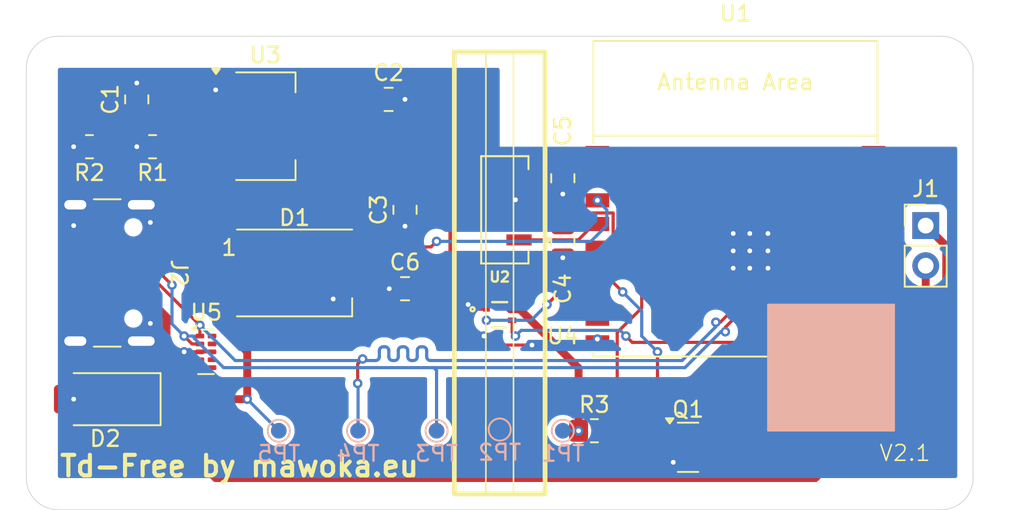
<source format=kicad_pcb>
(kicad_pcb (version 20241229) (generator "pcbnew") (generator_version "9.0")
  (title_block (title "Td-Free") (rev "1") (comment 4 "AISLER Project ID: AKNQHGTF"))
  (layers (0 "F.Cu" signal) (2 "B.Cu" signal) (13 "F.Paste" user) (15 "B.Paste" user) (5 "F.SilkS" user "F.Silkscreen") (7 "B.SilkS" user "B.Silkscreen") (1 "F.Mask" user) (3 "B.Mask" user) (25 "Edge.Cuts" user))
  (net 0 "")
  (net 1 "Net-(J1-Pin_2)")
  (net 3 "GND")
  (net 4 "VBUS")
  (net 5 "+3V3")
  (net 6 "/RGB_DATA")
  (net 7 "Net-(J2-CC1)")
  (net 8 "/USB_D+")
  (net 9 "Net-(J2-CC2)")
  (net 10 "/USB_D-")
  (net 11 "/LED_C")
  (net 12 "Net-(U1-EN{slash}CHIP_PU)")
  (net 15 "/SCL2")
  (net 20 "/SDA2")
  (net 22 "/SCL1")
  (net 23 "/SDA1")
  (footprint "Resistor_SMD:R_0805_2012Metric_Pad1.20x1.40mm_HandSolder" (layer "F.Cu") (at 50 40)
    (property "Reference" "R3" (at 0 -1.65 0) (layer "F.SilkS"))
    (property "Value" "10kO")
    (fp_line (start -0.227064 -0.735) (end 0.227064 -0.735) (stroke (width 0.12)) (layer "F.SilkS"))
    (fp_line (start -0.227064 0.735) (end 0.227064 0.735) (stroke (width 0.12)) (layer "F.SilkS"))
    (pad "1" smd roundrect (at -1 0) (size 1.2 1.4) (layers "F.Cu" "F.Mask" "F.Paste") (roundrect_rratio 0.208333) (net 5 "+3V3"))
    (pad "2" smd roundrect (at 1 0) (size 1.2 1.4) (layers "F.Cu" "F.Mask" "F.Paste") (roundrect_rratio 0.208333) (net 12 "Net-(U1-EN{slash}CHIP_PU)"))
  )
  (footprint "Connector_PinHeader_2.54mm:PinHeader_1x02_P2.54mm_Vertical" (layer "F.Cu") (at 71 27)
    (property "Reference" "J1" (at 0 -2.33 0) (layer "F.SilkS"))
    (property "Value" "Conn_01x02_Pin")
    (fp_line (start -1.33 -1.33) (end 0 -1.33) (stroke (width 0.12)) (layer "F.SilkS"))
    (fp_line (start -1.33 0) (end -1.33 -1.33) (stroke (width 0.12)) (layer "F.SilkS"))
    (fp_line (start -1.33 1.27) (end -1.33 3.87) (stroke (width 0.12)) (layer "F.SilkS"))
    (fp_line (start -1.33 1.27) (end 1.33 1.27) (stroke (width 0.12)) (layer "F.SilkS"))
    (fp_line (start -1.33 3.87) (end 1.33 3.87) (stroke (width 0.12)) (layer "F.SilkS"))
    (fp_line (start 1.33 1.27) (end 1.33 3.87) (stroke (width 0.12)) (layer "F.SilkS"))
    (pad "1" thru_hole rect (at 0 0) (size 1.7 1.7) (drill 1) (layers "*.Cu" "*.Mask") (net 4 "VBUS"))
    (pad "2" thru_hole oval (at 0 2.54) (size 1.7 1.7) (drill 1) (layers "*.Cu" "*.Mask") (net 1 "Net-(J1-Pin_2)"))
  )
  (footprint "Resistor_SMD:R_0805_2012Metric_Pad1.20x1.40mm_HandSolder" (layer "F.Cu") (at 18 22 180)
    (property "Reference" "R2" (at 0 -1.65 0) (layer "F.SilkS"))
    (property "Value" "5k1")
    (fp_line (start -0.227064 0.735) (end 0.227064 0.735) (stroke (width 0.12)) (layer "F.SilkS"))
    (fp_line (start -0.227064 -0.735) (end 0.227064 -0.735) (stroke (width 0.12)) (layer "F.SilkS"))
    (pad "1" smd roundrect (at -1 0 180) (size 1.2 1.4) (layers "F.Cu" "F.Mask" "F.Paste") (roundrect_rratio 0.208333) (net 9 "Net-(J2-CC2)"))
    (pad "2" smd roundrect (at 1 0 180) (size 1.2 1.4) (layers "F.Cu" "F.Mask" "F.Paste") (roundrect_rratio 0.208333) (net 3 "GND"))
  )
  (footprint "PCM_Espressif:ESP32-C3-WROOM-02" (layer "F.Cu") (at 58.94 28.3)
    (property "Reference" "U1" (at 0 -14.75 0) (layer "F.SilkS"))
    (property "Value" "ESP32-C3-WROOM-02")
    (fp_line (start -9 -13) (end -9 -6.5) (stroke (width 0.12)) (layer "F.SilkS"))
    (fp_line (start -9 -13) (end 9 -13) (stroke (width 0.12)) (layer "F.SilkS"))
    (fp_line (start -9 7) (end -9 6.75) (stroke (width 0.12)) (layer "F.SilkS"))
    (fp_line (start 9 -13) (end 9 -6.5) (stroke (width 0.12)) (layer "F.SilkS"))
    (fp_line (start 9 -7) (end -8.95 -7) (stroke (width 0.12)) (layer "F.SilkS"))
    (fp_line (start 9 6.75) (end 9 7) (stroke (width 0.12)) (layer "F.SilkS"))
    (fp_line (start 9 7) (end -9 7) (stroke (width 0.12)) (layer "F.SilkS"))
    (fp_text user "Antenna Area" (at 0 -10.4 0) (layer "F.SilkS"))
    (pad "1" smd rect (at -8.75 -5.9) (size 1.5 0.9) (layers "F.Cu" "F.Mask" "F.Paste") (net 5 "+3V3"))
    (pad "2" smd rect (at -8.75 -4.4) (size 1.5 0.9) (layers "F.Cu" "F.Mask" "F.Paste") (net 12 "Net-(U1-EN{slash}CHIP_PU)"))
    (pad "3" smd rect (at -8.75 -2.9) (size 1.5 0.9) (layers "F.Cu" "F.Mask" "F.Paste") (net 6 "/RGB_DATA"))
    (pad "4" smd rect (at -8.75 -1.4) (size 1.5 0.9) (layers "F.Cu" "F.Mask" "F.Paste") (net 15 "/SCL2"))
    (pad "5" smd rect (at -8.75 0.1) (size 1.5 0.9) (layers "F.Cu" "F.Mask" "F.Paste") (net 20 "/SDA2"))
    (pad "6" smd rect (at -8.75 1.6) (size 1.5 0.9) (layers "F.Cu" "F.Mask" "F.Paste") (net 11 "/LED_C"))
    (pad "7" smd rect (at -8.75 3.1) (size 1.5 0.9) (layers "F.Cu" "F.Mask" "F.Paste") (net 23 "/SDA1"))
    (pad "8" smd rect (at -8.75 4.6) (size 1.5 0.9) (layers "F.Cu" "F.Mask" "F.Paste"))
    (pad "9" smd rect (at -8.75 6.1) (size 1.5 0.9) (layers "F.Cu" "F.Mask" "F.Paste") (net 3 "GND"))
    (pad "10" smd rect (at 8.75 6.1 180) (size 1.5 0.9) (layers "F.Cu" "F.Mask" "F.Paste") (net 22 "/SCL1"))
    (pad "11" smd rect (at 8.75 4.6 180) (size 1.5 0.9) (layers "F.Cu" "F.Mask" "F.Paste"))
    (pad "12" smd rect (at 8.75 3.1 180) (size 1.5 0.9) (layers "F.Cu" "F.Mask" "F.Paste"))
    (pad "13" smd rect (at 8.75 1.6 180) (size 1.5 0.9) (layers "F.Cu" "F.Mask" "F.Paste") (net 10 "/USB_D-"))
    (pad "14" smd rect (at 8.75 0.1 180) (size 1.5 0.9) (layers "F.Cu" "F.Mask" "F.Paste") (net 8 "/USB_D+"))
    (pad "15" smd rect (at 8.75 -1.4 180) (size 1.5 0.9) (layers "F.Cu" "F.Mask" "F.Paste"))
    (pad "16" smd rect (at 8.75 -2.9 180) (size 1.5 0.9) (layers "F.Cu" "F.Mask" "F.Paste"))
    (pad "17" smd rect (at 8.75 -4.4 180) (size 1.5 0.9) (layers "F.Cu" "F.Mask" "F.Paste"))
    (pad "18" smd rect (at 8.75 -5.9 180) (size 1.5 0.9) (layers "F.Cu" "F.Mask" "F.Paste"))
    (pad "19" smd rect (at -0.14 -0.8 180) (size 0.7 0.7) (layers "F.Cu" "F.Mask" "F.Paste") (net 3 "GND"))
    (pad "19" smd rect (at -0.14 0.3 180) (size 0.7 0.7) (layers "F.Cu" "F.Mask" "F.Paste") (net 3 "GND"))
    (pad "19" smd rect (at -0.14 1.4 180) (size 0.7 0.7) (layers "F.Cu" "F.Mask" "F.Paste") (net 3 "GND"))
    (pad "19" smd rect (at 0.91 -0.8 180) (size 0.7 0.7) (layers "F.Cu" "F.Mask" "F.Paste") (net 3 "GND"))
    (pad "19" smd rect (at 0.91 0.3 180) (size 0.7 0.7) (layers "F.Cu" "F.Mask" "F.Paste") (net 3 "GND"))
    (pad "19" smd rect (at 0.91 1.4 180) (size 0.7 0.7) (layers "F.Cu" "F.Mask" "F.Paste") (net 3 "GND"))
    (pad "19" smd rect (at 2.06 -0.8 180) (size 0.7 0.7) (layers "F.Cu" "F.Mask" "F.Paste") (net 3 "GND"))
    (pad "19" smd rect (at 2.06 0.3 180) (size 0.7 0.7) (layers "F.Cu" "F.Mask" "F.Paste") (net 3 "GND"))
    (pad "19" smd rect (at 2.06 1.4 180) (size 0.7 0.7) (layers "F.Cu" "F.Mask" "F.Paste") (net 3 "GND"))
    (zone (net 0) (net_name "") (layers "F.Cu" "B.Cu") (name "antenna keepout") (connect_pads (clearance 0)) (min_thickness 0.254)
      (keepout (tracks not_allowed) (vias not_allowed) (pads not_allowed) (copperpour not_allowed) (footprints not_allowed))
      (fill (thermal_gap 0.508) (thermal_bridge_width 0.508))
      (polygon (pts (xy 67.94 21.3) (xy 49.94 21.3) (xy 49.94 15.3) (xy 67.94 15.3)))
    )
  )
  (footprint "VEML7700_TR:XDCR_VEML7700-TT" (layer "F.Cu") (at 44.325 26 180)
    (property "Reference" "U2" (at 0.325 -4.2564 0) (layer "F.SilkS") (effects (font (size 0.64 0.64))))
    (property "Value" "VEML7700-TT")
    (fp_line (start 1.5 3.4) (end -1.5 3.4) (stroke (width 0.127)) (layer "F.SilkS"))
    (fp_line (start 1.5 -3.4) (end 1.5 3.4) (stroke (width 0.127)) (layer "F.SilkS"))
    (fp_line (start -1.5 3.4) (end -1.5 2.575) (stroke (width 0.127)) (layer "F.SilkS"))
    (fp_line (start -1.5 -2.575) (end -1.5 -3.4) (stroke (width 0.127)) (layer "F.SilkS"))
    (fp_line (start -1.5 -3.4) (end 1.5 -3.4) (stroke (width 0.127)) (layer "F.SilkS"))
    (fp_circle (center -2.7 -1.905) (end -2.6 -1.905) (stroke (width 0.2)) (fill no) (layer "F.SilkS"))
    (pad "1" smd rect (at -0.9 -1.905 180) (size 1.6 0.7) (layers "F.Cu" "F.Mask" "F.Paste") (net 15 "/SCL2"))
    (pad "2" smd rect (at -0.9 -0.635 180) (size 1.6 0.7) (layers "F.Cu" "F.Mask" "F.Paste") (net 5 "+3V3"))
    (pad "3" smd rect (at -0.9 0.635 180) (size 1.6 0.7) (layers "F.Cu" "F.Mask" "F.Paste") (net 3 "GND"))
    (pad "4" smd rect (at -0.9 1.905 180) (size 1.6 0.7) (layers "F.Cu" "F.Mask" "F.Paste") (net 20 "/SDA2"))
  )
  (footprint "Connector_USB:USB_C_Receptacle_GCT_USB4105-xx-A_16P_TopMnt_Horizontal" (layer "F.Cu") (at 18.18 30 -90)
    (property "Reference" "J2" (at 0 -5.5 270) (layer "F.SilkS"))
    (property "Value" "USB_C_Receptacle_USB2.0_14P")
    (fp_line (start -4.67 -0.1) (end -4.67 -1.8) (stroke (width 0.12)) (layer "F.SilkS"))
    (fp_line (start 4.67 -0.1) (end 4.67 -1.8) (stroke (width 0.12)) (layer "F.SilkS"))
    (pad "" np_thru_hole circle (at -2.89 -2.605 270) (size 0.65 0.65) (drill 0.65) (layers "*.Cu" "*.Mask"))
    (pad "" np_thru_hole circle (at 2.89 -2.605 270) (size 0.65 0.65) (drill 0.65) (layers "*.Cu" "*.Mask"))
    (pad "A1" smd roundrect (at -3.2 -3.68 270) (size 0.6 1) (layers "F.Cu" "F.Mask" "F.Paste") (net 3 "GND"))
    (pad "A4" smd roundrect (at -2.4 -3.68 270) (size 0.6 1.15) (layers "F.Cu" "F.Mask" "F.Paste") (net 4 "VBUS"))
    (pad "A5" smd roundrect (at -1.25 -3.68 270) (size 0.3 1.15) (layers "F.Cu" "F.Mask" "F.Paste") (net 7 "Net-(J2-CC1)"))
    (pad "A6" smd roundrect (at -0.25 -3.68 270) (size 0.3 1.15) (layers "F.Cu" "F.Mask" "F.Paste") (net 8 "/USB_D+"))
    (pad "A7" smd roundrect (at 0.25 -3.68 270) (size 0.3 1.15) (layers "F.Cu" "F.Mask" "F.Paste") (net 10 "/USB_D-"))
    (pad "A8" smd roundrect (at 1.25 -3.68 270) (size 0.3 1.15) (layers "F.Cu" "F.Mask" "F.Paste"))
    (pad "A9" smd roundrect (at 2.4 -3.68 270) (size 0.6 1.15) (layers "F.Cu" "F.Mask" "F.Paste") (net 4 "VBUS"))
    (pad "A12" smd roundrect (at 3.2 -3.68 270) (size 0.6 1) (layers "F.Cu" "F.Mask" "F.Paste") (net 3 "GND"))
    (pad "B1" smd roundrect (at 3.2 -3.68 270) (size 0.6 1) (layers "F.Cu" "F.Mask" "F.Paste") (net 3 "GND"))
    (pad "B4" smd roundrect (at 2.4 -3.68 270) (size 0.6 1.15) (layers "F.Cu" "F.Mask" "F.Paste") (net 4 "VBUS"))
    (pad "B5" smd roundrect (at 1.75 -3.68 270) (size 0.3 1.15) (layers "F.Cu" "F.Mask" "F.Paste") (net 9 "Net-(J2-CC2)"))
    (pad "B6" smd roundrect (at 0.75 -3.68 270) (size 0.3 1.15) (layers "F.Cu" "F.Mask" "F.Paste") (net 8 "/USB_D+"))
    (pad "B7" smd roundrect (at -0.75 -3.68 270) (size 0.3 1.15) (layers "F.Cu" "F.Mask" "F.Paste") (net 10 "/USB_D-"))
    (pad "B8" smd roundrect (at -1.75 -3.68 270) (size 0.3 1.15) (layers "F.Cu" "F.Mask" "F.Paste"))
    (pad "B9" smd roundrect (at -2.4 -3.68 270) (size 0.6 1.15) (layers "F.Cu" "F.Mask" "F.Paste") (net 4 "VBUS"))
    (pad "B12" smd roundrect (at -3.2 -3.68 270) (size 0.6 1) (layers "F.Cu" "F.Mask" "F.Paste") (net 3 "GND"))
    (pad "S1" thru_hole oval (at -4.32 -3.105 270) (size 1 2.1) (drill oval 0.6 1.7) (property pad_prop_heatsink) (layers "*.Cu" "*.Mask" "F.Paste") (net 3 "GND"))
    (pad "S1" thru_hole oval (at -4.32 1.075 270) (size 1 1.8) (drill oval 0.6 1.4) (property pad_prop_heatsink) (layers "*.Cu" "*.Mask" "F.Paste") (net 3 "GND"))
    (pad "S1" thru_hole oval (at 4.32 -3.105 270) (size 1 2.1) (drill oval 0.6 1.7) (property pad_prop_heatsink) (layers "*.Cu" "*.Mask" "F.Paste") (net 3 "GND"))
    (pad "S1" thru_hole oval (at 4.32 1.075 270) (size 1 1.8) (drill oval 0.6 1.4) (property pad_prop_heatsink) (layers "*.Cu" "*.Mask" "F.Paste") (net 3 "GND"))
  )
  (footprint "footprints:SMD_L3328_VIS" (layer "F.Cu") (at 44 32.650001)
    (property "Reference" "U4" (at 4 1.349999 0) (layer "F.SilkS"))
    (property "Value" "VEML3328")
    (fp_line (start -0.472971 0.8001) (end 0.379571 0.8001) (stroke (width 0.1524)) (layer "F.SilkS"))
    (fp_line (start 0.472971 -0.8001) (end -0.472971 -0.8001) (stroke (width 0.1524)) (layer "F.SilkS"))
    (fp_circle (center -1.7209 -0.35) (end -1.5939 -0.35) (stroke (width 0.1524)) (fill no) (layer "F.SilkS"))
    (pad "1" smd rect (at -0.837499 -0.349999) (size 0.4318 0.3048) (layers "F.Cu" "F.Mask" "F.Paste") (net 3 "GND"))
    (pad "2" smd rect (at -0.837499 0.349999) (size 0.4318 0.3048) (layers "F.Cu" "F.Mask" "F.Paste") (net 23 "/SDA1"))
    (pad "3" smd rect (at 0.787334 0.349999) (size 0.5334 0.3556) (layers "F.Cu" "F.Mask" "F.Paste") (net 22 "/SCL1"))
    (pad "4" smd rect (at 0.837499 -0.349999) (size 0.4318 0.3048) (layers "F.Cu" "F.Mask" "F.Paste") (net 5 "+3V3"))
  )
  (footprint "Capacitor_SMD:C_0805_2012Metric_Pad1.18x1.45mm_HandSolder" (layer "F.Cu") (at 48 24 90)
    (property "Reference" "C5" (at 3 0 90) (layer "F.SilkS"))
    (property "Value" "0.1uF")
    (fp_line (start -0.261252 -0.735) (end 0.261252 -0.735) (stroke (width 0.12)) (layer "F.SilkS"))
    (fp_line (start -0.261252 0.735) (end 0.261252 0.735) (stroke (width 0.12)) (layer "F.SilkS"))
    (pad "1" smd roundrect (at -1.0375 0 90) (size 1.175 1.45) (layers "F.Cu" "F.Mask" "F.Paste") (roundrect_rratio 0.212766) (net 3 "GND"))
    (pad "2" smd roundrect (at 1.0375 0 90) (size 1.175 1.45) (layers "F.Cu" "F.Mask" "F.Paste") (roundrect_rratio 0.212766) (net 5 "+3V3"))
  )
  (footprint "Capacitor_SMD:C_0805_2012Metric_Pad1.18x1.45mm_HandSolder" (layer "F.Cu") (at 38 31)
    (property "Reference" "C6" (at 0 -1.68 0) (layer "F.SilkS"))
    (property "Value" "10uF")
    (fp_line (start -0.261252 -0.735) (end 0.261252 -0.735) (stroke (width 0.12)) (layer "F.SilkS"))
    (fp_line (start -0.261252 0.735) (end 0.261252 0.735) (stroke (width 0.12)) (layer "F.SilkS"))
    (pad "1" smd roundrect (at -1.0375 0) (size 1.175 1.45) (layers "F.Cu" "F.Mask" "F.Paste") (roundrect_rratio 0.212766) (net 3 "GND"))
    (pad "2" smd roundrect (at 1.0375 0) (size 1.175 1.45) (layers "F.Cu" "F.Mask" "F.Paste") (roundrect_rratio 0.212766) (net 5 "+3V3"))
  )
  (footprint "Resistor_SMD:R_0805_2012Metric_Pad1.20x1.40mm_HandSolder" (layer "F.Cu") (at 22 22 180)
    (property "Reference" "R1" (at 0 -1.65 0) (layer "F.SilkS"))
    (property "Value" "5k1")
    (fp_line (start -0.227064 0.735) (end 0.227064 0.735) (stroke (width 0.12)) (layer "F.SilkS"))
    (fp_line (start -0.227064 -0.735) (end 0.227064 -0.735) (stroke (width 0.12)) (layer "F.SilkS"))
    (pad "1" smd roundrect (at -1 0 180) (size 1.2 1.4) (layers "F.Cu" "F.Mask" "F.Paste") (roundrect_rratio 0.208333) (net 7 "Net-(J2-CC1)"))
    (pad "2" smd roundrect (at 1 0 180) (size 1.2 1.4) (layers "F.Cu" "F.Mask" "F.Paste") (roundrect_rratio 0.208333) (net 3 "GND"))
  )
  (footprint "Package_TO_SOT_SMD:SOT-223-3_TabPin2" (layer "F.Cu") (at 29.15 20.7)
    (property "Reference" "U3" (at 0 -4.5 0) (layer "F.SilkS"))
    (property "Value" "AMS1117-3.3")
    (fp_line (start -1.85 -3.41) (end 1.91 -3.41) (stroke (width 0.12)) (layer "F.SilkS"))
    (fp_line (start -1.85 3.41) (end 1.91 3.41) (stroke (width 0.12)) (layer "F.SilkS"))
    (fp_line (start 1.91 -3.41) (end 1.91 -2.15) (stroke (width 0.12)) (layer "F.SilkS"))
    (fp_line (start 1.91 3.41) (end 1.91 2.15) (stroke (width 0.12)) (layer "F.SilkS"))
    (fp_poly (pts (xy -3.13 -3.31) (xy -3.37 -3.64) (xy -2.89 -3.64) (xy -3.13 -3.31)) (stroke (width 0.12)) (fill yes) (layer "F.SilkS"))
    (pad "1" smd roundrect (at -3.15 -2.3) (size 2 1.5) (layers "F.Cu" "F.Mask" "F.Paste") (net 3 "GND"))
    (pad "2" smd roundrect (at -3.15 0) (size 2 1.5) (layers "F.Cu" "F.Mask" "F.Paste") (net 5 "+3V3"))
    (pad "2" smd roundrect (at 3.15 0) (size 2 3.8) (layers "F.Cu" "F.Mask" "F.Paste") (net 5 "+3V3"))
    (pad "3" smd roundrect (at -3.15 2.3) (size 2 1.5) (layers "F.Cu" "F.Mask" "F.Paste") (net 4 "VBUS"))
  )
  (footprint "Package_SON:USON-10_2.5x1.0mm_P0.5mm" (layer "F.Cu") (at 25.385 35)
    (property "Reference" "U5" (at 0.01829 -2.5 0) (layer "F.SilkS"))
    (property "Value" "TPD4E05U06DQA")
    (fp_line (start 0.5 -1.41) (end -0.29 -1.41) (stroke (width 0.12)) (layer "F.SilkS"))
    (fp_line (start 0.5 1.41) (end -0.5 1.41) (stroke (width 0.12)) (layer "F.SilkS"))
    (fp_poly (pts (xy -0.62 -1.41) (xy -0.9 -1.41) (xy -0.62 -1.69) (xy -0.62 -1.41)) (stroke (width 0.12)) (fill yes) (layer "F.SilkS"))
    (pad "1" smd roundrect (at -0.385 -1 270) (size 0.3 0.55) (layers "F.Cu" "F.Mask" "F.Paste") (net 8 "/USB_D+"))
    (pad "2" smd roundrect (at -0.385 -0.5 270) (size 0.3 0.55) (layers "F.Cu" "F.Mask" "F.Paste") (net 10 "/USB_D-"))
    (pad "3" smd roundrect (at -0.385 0 270) (size 0.3 0.55) (layers "F.Cu" "F.Mask" "F.Paste") (net 3 "GND"))
    (pad "4" smd roundrect (at -0.385 0.5 270) (size 0.3 0.55) (layers "F.Cu" "F.Mask" "F.Paste"))
    (pad "5" smd roundrect (at -0.385 1 270) (size 0.3 0.55) (layers "F.Cu" "F.Mask" "F.Paste"))
    (pad "6" smd roundrect (at 0.385 1 270) (size 0.3 0.55) (layers "F.Cu" "F.Mask" "F.Paste"))
    (pad "7" smd roundrect (at 0.385 0.5 270) (size 0.3 0.55) (layers "F.Cu" "F.Mask" "F.Paste"))
    (pad "8" smd roundrect (at 0.385 0 270) (size 0.3 0.55) (layers "F.Cu" "F.Mask" "F.Paste") (net 3 "GND"))
    (pad "9" smd roundrect (at 0.385 -0.5 270) (size 0.3 0.55) (layers "F.Cu" "F.Mask" "F.Paste"))
    (pad "10" smd roundrect (at 0.385 -1 270) (size 0.3 0.55) (layers "F.Cu" "F.Mask" "F.Paste"))
  )
  (footprint "Capacitor_SMD:C_0805_2012Metric_Pad1.18x1.45mm_HandSolder" (layer "F.Cu") (at 21 19 90)
    (property "Reference" "C1" (at 0 -1.68 90) (layer "F.SilkS"))
    (property "Value" "10uF")
    (fp_line (start -0.261252 -0.735) (end 0.261252 -0.735) (stroke (width 0.12)) (layer "F.SilkS"))
    (fp_line (start -0.261252 0.735) (end 0.261252 0.735) (stroke (width 0.12)) (layer "F.SilkS"))
    (pad "1" smd roundrect (at -1.0375 0 90) (size 1.175 1.45) (layers "F.Cu" "F.Mask" "F.Paste") (roundrect_rratio 0.212766) (net 4 "VBUS"))
    (pad "2" smd roundrect (at 1.0375 0 90) (size 1.175 1.45) (layers "F.Cu" "F.Mask" "F.Paste") (roundrect_rratio 0.212766) (net 3 "GND"))
  )
  (footprint "Package_TO_SOT_SMD:SOT-23" (layer "F.Cu") (at 55.9375 41.05)
    (property "Reference" "Q1" (at 0 -2.4 0) (layer "F.SilkS"))
    (property "Value" "2N7002")
    (fp_line (start 0 -1.56) (end -0.65 -1.56) (stroke (width 0.12)) (layer "F.SilkS"))
    (fp_line (start 0 -1.56) (end 0.65 -1.56) (stroke (width 0.12)) (layer "F.SilkS"))
    (fp_line (start 0 1.56) (end -0.65 1.56) (stroke (width 0.12)) (layer "F.SilkS"))
    (fp_line (start 0 1.56) (end 0.65 1.56) (stroke (width 0.12)) (layer "F.SilkS"))
    (fp_poly (pts (xy -1.1625 -1.51) (xy -1.4025 -1.84) (xy -0.9225 -1.84) (xy -1.1625 -1.51)) (stroke (width 0.12)) (fill yes) (layer "F.SilkS"))
    (pad "1" smd roundrect (at -0.9375 -0.95) (size 1.475 0.6) (layers "F.Cu" "F.Mask" "F.Paste") (net 11 "/LED_C"))
    (pad "2" smd roundrect (at -0.9375 0.95) (size 1.475 0.6) (layers "F.Cu" "F.Mask" "F.Paste") (net 3 "GND"))
    (pad "3" smd roundrect (at 0.9375 0) (size 1.475 0.6) (layers "F.Cu" "F.Mask" "F.Paste") (net 1 "Net-(J1-Pin_2)"))
  )
  (footprint "Capacitor_SMD:C_0805_2012Metric_Pad1.18x1.45mm_HandSolder" (layer "F.Cu") (at 38 26 90)
    (property "Reference" "C3" (at 0 -1.68 90) (layer "F.SilkS"))
    (property "Value" "22uF")
    (fp_line (start -0.261252 -0.735) (end 0.261252 -0.735) (stroke (width 0.12)) (layer "F.SilkS"))
    (fp_line (start -0.261252 0.735) (end 0.261252 0.735) (stroke (width 0.12)) (layer "F.SilkS"))
    (pad "1" smd roundrect (at -1.0375 0 90) (size 1.175 1.45) (layers "F.Cu" "F.Mask" "F.Paste") (roundrect_rratio 0.212766) (net 3 "GND"))
    (pad "2" smd roundrect (at 1.0375 0 90) (size 1.175 1.45) (layers "F.Cu" "F.Mask" "F.Paste") (roundrect_rratio 0.212766) (net 5 "+3V3"))
  )
  (footprint "Diode_SMD:D_SMA" (layer "F.Cu") (at 19 38 180)
    (property "Reference" "D2" (at 0 -2.5 0) (layer "F.SilkS"))
    (property "Value" "SMAJ5.0A")
    (fp_line (start -3.51 1.65) (end 2 1.65) (stroke (width 0.12)) (layer "F.SilkS"))
    (fp_line (start -3.51 -1.65) (end 2 -1.65) (stroke (width 0.12)) (layer "F.SilkS"))
    (fp_line (start -3.51 -1.65) (end -3.51 1.65) (stroke (width 0.12)) (layer "F.SilkS"))
    (pad "1" smd roundrect (at -2 0 180) (size 2.5 1.8) (layers "F.Cu" "F.Mask" "F.Paste") (roundrect_rratio 0.1388888889) (net 4 "VBUS"))
    (pad "2" smd roundrect (at 2 0 180) (size 2.5 1.8) (layers "F.Cu" "F.Mask" "F.Paste") (roundrect_rratio 0.1388888889) (net 3 "GND"))
  )
  (footprint "Capacitor_SMD:C_0805_2012Metric_Pad1.18x1.45mm_HandSolder" (layer "F.Cu") (at 48 28 90)
    (property "Reference" "C4" (at -3 0 90) (layer "F.SilkS"))
    (property "Value" "10uF")
    (fp_line (start -0.261252 -0.735) (end 0.261252 -0.735) (stroke (width 0.12)) (layer "F.SilkS"))
    (fp_line (start -0.261252 0.735) (end 0.261252 0.735) (stroke (width 0.12)) (layer "F.SilkS"))
    (pad "1" smd roundrect (at -1.0375 0 90) (size 1.175 1.45) (layers "F.Cu" "F.Mask" "F.Paste") (roundrect_rratio 0.212766) (net 3 "GND"))
    (pad "2" smd roundrect (at 1.0375 0 90) (size 1.175 1.45) (layers "F.Cu" "F.Mask" "F.Paste") (roundrect_rratio 0.212766) (net 5 "+3V3"))
  )
  (footprint "LED_SMD:LED_WS2812B_PLCC4_5.0x5.0mm_P3.2mm" (layer "F.Cu") (at 31 30)
    (property "Reference" "D1" (at 0 -3.5 0) (layer "F.SilkS"))
    (property "Value" "WS2812B")
    (fp_line (start -3.65 -2.75) (end 3.65 -2.75) (stroke (width 0.12)) (layer "F.SilkS"))
    (fp_line (start -3.65 2.75) (end 3.65 2.75) (stroke (width 0.12)) (layer "F.SilkS"))
    (fp_line (start 3.65 2.75) (end 3.65 1.6) (stroke (width 0.12)) (layer "F.SilkS"))
    (fp_text user "1" (at -4.15 -1.6 0) (layer "F.SilkS"))
    (pad "1" smd rect (at -2.45 -1.65) (size 1.5 0.9) (layers "F.Cu" "F.Mask" "F.Paste") (net 4 "VBUS"))
    (pad "2" smd rect (at -2.45 1.65) (size 1.5 0.9) (layers "F.Cu" "F.Mask" "F.Paste"))
    (pad "3" smd rect (at 2.45 1.65) (size 1.5 0.9) (layers "F.Cu" "F.Mask" "F.Paste") (net 3 "GND"))
    (pad "4" smd rect (at 2.45 -1.65) (size 1.5 0.9) (layers "F.Cu" "F.Mask" "F.Paste") (net 6 "/RGB_DATA"))
  )
  (footprint "Capacitor_SMD:C_0805_2012Metric_Pad1.18x1.45mm_HandSolder" (layer "F.Cu") (at 36.9625 19)
    (property "Reference" "C2" (at 0 -1.68 0) (layer "F.SilkS"))
    (property "Value" "22uF")
    (fp_line (start -0.261252 -0.735) (end 0.261252 -0.735) (stroke (width 0.12)) (layer "F.SilkS"))
    (fp_line (start -0.261252 0.735) (end 0.261252 0.735) (stroke (width 0.12)) (layer "F.SilkS"))
    (pad "1" smd roundrect (at -1.0375 0) (size 1.175 1.45) (layers "F.Cu" "F.Mask" "F.Paste") (roundrect_rratio 0.212766) (net 5 "+3V3"))
    (pad "2" smd roundrect (at 1.0375 0) (size 1.175 1.45) (layers "F.Cu" "F.Mask" "F.Paste") (roundrect_rratio 0.212766) (net 3 "GND"))
  )
  (footprint "TestPoint:TestPoint_Pad_D1.0mm" (layer "B.Cu") (at 35.025 40)
    (property "Reference" "TP4" (at 0 1.448 180) (layer "B.SilkS") (effects (justify mirror)))
    (property "Value" "USB+")
    (fp_circle (center 0 0) (end 0 -0.7) (stroke (width 0.12)) (fill no) (layer "B.SilkS"))
    (pad "1" smd circle (at 0 0) (size 1 1) (layers "B.Cu" "B.Mask") (net 8 "/USB_D+"))
  )
  (footprint "TestPoint:TestPoint_Pad_D1.0mm" (layer "B.Cu") (at 48 40)
    (property "Reference" "TP1" (at 0 1.448 180) (layer "B.SilkS") (effects (justify mirror)))
    (property "Value" "+3V3")
    (fp_circle (center 0 0) (end 0 -0.7) (stroke (width 0.12)) (fill no) (layer "B.SilkS"))
    (pad "1" smd circle (at 0 0) (size 1 1) (layers "B.Cu" "B.Mask") (net 5 "+3V3"))
  )
  (footprint "TestPoint:TestPoint_Pad_D1.0mm" (layer "B.Cu") (at 40 40)
    (property "Reference" "TP3" (at 0 1.448 180) (layer "B.SilkS") (effects (justify mirror)))
    (property "Value" "USB-")
    (fp_circle (center 0 0) (end 0 -0.7) (stroke (width 0.12)) (fill no) (layer "B.SilkS"))
    (pad "1" smd circle (at 0 0) (size 1 1) (layers "B.Cu" "B.Mask") (net 10 "/USB_D-"))
  )
  (footprint "TestPoint:TestPoint_Pad_D1.0mm" (layer "B.Cu") (at 44 39.925)
    (property "Reference" "TP2" (at 0 1.448 180) (layer "B.SilkS") (effects (justify mirror)))
    (property "Value" "GND")
    (fp_circle (center 0 0) (end 0 -0.7) (stroke (width 0.12)) (fill no) (layer "B.SilkS"))
    (pad "1" smd circle (at 0 0) (size 1 1) (layers "B.Cu" "B.Mask") (net 3 "GND"))
  )
  (footprint "TestPoint:TestPoint_Pad_D1.0mm" (layer "B.Cu") (at 30 40)
    (property "Reference" "TP5" (at 0 1.448 180) (layer "B.SilkS") (effects (justify mirror)))
    (property "Value" "USB+")
    (fp_circle (center 0 0) (end 0 -0.7) (stroke (width 0.12)) (fill no) (layer "B.SilkS"))
    (pad "1" smd circle (at 0 0) (size 1 1) (layers "B.Cu" "B.Mask") (net 4 "VBUS"))
  )
  (gr_rect (start 41.125 16) (end 46.875 44) (stroke (width 0.3)) (fill no) (layer "F.SilkS"))
  (gr_rect (start 43.125 16) (end 44.875 44) (stroke (width 0.1)) (fill no) (layer "F.SilkS"))
  (gr_rect (start 61 32) (end 69 40) (stroke (width 0.1)) (fill yes) (layer "B.SilkS"))
  (gr_arc (start 74 43) (mid 73.414214 44.414214) (end 72 45) (stroke (width 0.05)) (layer "Edge.Cuts"))
  (gr_line (start 14 43) (end 14 17) (stroke (width 0.05)) (layer "Edge.Cuts"))
  (gr_arc (start 72 15) (mid 73.414214 15.585786) (end 74 17) (stroke (width 0.05)) (layer "Edge.Cuts"))
  (gr_arc (start 14 17) (mid 14.585786 15.585786) (end 16 15) (stroke (width 0.05)) (layer "Edge.Cuts"))
  (gr_line (start 72 45) (end 16 45) (stroke (width 0.05)) (layer "Edge.Cuts"))
  (gr_line (start 16 15) (end 72 15) (stroke (width 0.05)) (layer "Edge.Cuts"))
  (gr_arc (start 16 45) (mid 14.585786 44.414214) (end 14 43) (stroke (width 0.05)) (layer "Edge.Cuts"))
  (gr_line (start 74 17) (end 74 43) (stroke (width 0.05)) (layer "Edge.Cuts"))
  (gr_text "V2.1\n" (at 68 42 0) (layer "F.SilkS") (effects (font (size 1 1) (thickness 0.1)) (justify left bottom)))
  (gr_text "Td-Free by mawoka.eu" (at 16 43 0) (layer "F.SilkS") (effects (font (size 1.3 1.3) (thickness 0.26) (bold yes)) (justify left bottom)))
  (segment (start 71 29.54) (end 71 33.896) (width 0.5) (layer "F.Cu") (net 1))
  (segment (start 71 33.896) (end 63.846 41.05) (width 0.5) (layer "F.Cu") (net 1))
  (segment (start 63.846 41.05) (end 56.875 41.05) (width 0.5) (layer "F.Cu") (net 1))
  (segment (start 43.570911 34.570911) (end 43 34) (width 0.2) (layer "F.Cu") (net 3))
  (segment (start 45 25.365) (end 45.6725 25.365) (width 0.5) (layer "F.Cu") (net 3))
  (segment (start 21.285 26.225) (end 21.86 26.8) (width 0.2) (layer "F.Cu") (net 3))
  (segment (start 59.85 27.5) (end 58.8 27.5) (width 0.2) (layer "F.Cu") (net 3))
  (segment (start 17.105 26.895) (end 17 27) (width 0.2) (layer "F.Cu") (net 3))
  (segment (start 59.85 27.5) (end 59.85 28.6) (width 0.2) (layer "F.Cu") (net 3))
  (segment (start 58.8 27.5) (end 58.8 28.6) (width 0.2) (layer "F.Cu") (net 3))
  (segment (start 42.300002 32.300002) (end 42 32) (width 0.2) (layer "F.Cu") (net 3))
  (segment (start 46.045078 34.570911) (end 43.570911 34.570911) (width 0.2) (layer "F.Cu") (net 3))
  (segment (start 21.285 34.32) (end 21.285 33.775) (width 0.2) (layer "F.Cu") (net 3))
  (segment (start 25 35) (end 24 35) (width 0.2) (layer "F.Cu") (net 3))
  (segment (start 17.105 34.32) (end 21.285 34.32) (width 0.2) (layer "F.Cu") (net 3))
  (segment (start 43.162501 32.300002) (end 42.300002 32.300002) (width 0.2) (layer "F.Cu") (net 3))
  (segment (start 25.77 35) (end 25 35) (width 0.2) (layer "F.Cu") (net 3))
  (segment (start 59.85 28.6) (end 59.85 29.7) (width 0.2) (layer "F.Cu") (net 3))
  (segment (start 17.105 25.68) (end 17.105 26.895) (width 0.2) (layer "F.Cu") (net 3))
  (segment (start 50.19 34.4) (end 50.19 34.19) (width 0.2) (layer "F.Cu") (net 3))
  (segment (start 21.285 33.775) (end 21.86 33.2) (width 0.2) (layer "F.Cu") (net 3))
  (segment (start 61 28.6) (end 61 29.7) (width 0.2) (layer "F.Cu") (net 3))
  (segment (start 61 27.5) (end 59.85 27.5) (width 0.2) (layer "F.Cu") (net 3))
  (segment (start 58.8 28.6) (end 58.8 29.7) (width 0.2) (layer "F.Cu") (net 3))
  (segment (start 21.285 25.68) (end 21.285 26.225) (width 0.2) (layer "F.Cu") (net 3))
  (segment (start 61 28.6) (end 61 27.5) (width 0.2) (layer "F.Cu") (net 3))
  (via (at 38 27.0375) (size 0.6) (drill 0.3) (layers "F.Cu" "B.Cu") (net 3))
  (via (at 38 19) (size 0.6) (drill 0.3) (layers "F.Cu" "B.Cu") (net 3))
  (via (at 43 34) (size 0.6) (drill 0.3) (layers "F.Cu" "B.Cu") (net 3))
  (via (at 55 42) (size 0.6) (drill 0.3) (layers "F.Cu" "B.Cu") (net 3))
  (via (at 21.86 33.2) (size 0.6) (drill 0.3) (layers "F.Cu" "B.Cu") (net 3))
  (via (at 58.8 28.6) (size 0.6) (drill 0.3) (layers "F.Cu" "B.Cu") (net 3))
  (via (at 21.86 26.8) (size 0.6) (drill 0.3) (layers "F.Cu" "B.Cu") (net 3))
  (via (at 17 27) (size 0.6) (drill 0.3) (layers "F.Cu" "B.Cu") (net 3))
  (via (at 42 32) (size 0.6) (drill 0.3) (layers "F.Cu" "B.Cu") (net 3))
  (via (at 58.8 27.5) (size 0.6) (drill 0.3) (layers "F.Cu" "B.Cu") (net 3))
  (via (at 50.19 34.19) (size 0.6) (drill 0.3) (layers "F.Cu" "B.Cu") (net 3))
  (via (at 21 22) (size 0.6) (drill 0.3) (layers "F.Cu" "B.Cu") (net 3))
  (via (at 58.8 29.7) (size 0.6) (drill 0.3) (layers "F.Cu" "B.Cu") (net 3))
  (via (at 21 17.9625) (size 0.6) (drill 0.3) (layers "F.Cu" "B.Cu") (net 3))
  (via (at 45 25.365) (size 0.6) (drill 0.3) (layers "F.Cu" "B.Cu") (net 3))
  (via (at 48 25) (size 0.6) (drill 0.3) (layers "F.Cu" "B.Cu") (net 3))
  (via (at 61 28.6) (size 0.6) (drill 0.3) (layers "F.Cu" "B.Cu") (net 3))
  (via (at 61 29.7) (size 0.6) (drill 0.3) (layers "F.Cu" "B.Cu") (net 3))
  (via (at 37 31) (size 0.6) (drill 0.3) (layers "F.Cu" "B.Cu") (net 3))
  (via (at 26 18.4) (size 0.6) (drill 0.3) (layers "F.Cu" "B.Cu") (net 3))
  (via (at 59.85 27.5) (size 0.6) (drill 0.3) (layers "F.Cu" "B.Cu") (net 3))
  (via (at 17 22) (size 0.6) (drill 0.3) (layers "F.Cu" "B.Cu") (net 3))
  (via (at 33.45 31.65) (size 0.6) (drill 0.3) (layers "F.Cu" "B.Cu") (net 3))
  (via (at 61 27.5) (size 0.6) (drill 0.3) (layers "F.Cu" "B.Cu") (net 3))
  (via (at 48 29.0375) (size 0.6) (drill 0.3) (layers "F.Cu" "B.Cu") (net 3))
  (via (at 24 35) (size 0.6) (drill 0.3) (layers "F.Cu" "B.Cu") (net 3))
  (via (at 17 38) (size 0.6) (drill 0.3) (layers "F.Cu" "B.Cu") (net 3))
  (via (at 46.045078 34.570911) (size 0.6) (drill 0.3) (layers "F.Cu" "B.Cu") (net 3))
  (via (at 59.85 28.6) (size 0.6) (drill 0.3) (layers "F.Cu" "B.Cu") (net 3))
  (via (at 59.85 29.7) (size 0.6) (drill 0.3) (layers "F.Cu" "B.Cu") (net 3))
  (segment (start 23.0375 20.0375) (end 21 20.0375) (width 0.5) (layer "F.Cu") (net 4))
  (segment (start 23 38) (end 22 37) (width 0.5) (layer "F.Cu") (net 4))
  (segment (start 27 34) (end 28 35) (width 0.5) (layer "F.Cu") (net 4))
  (segment (start 26 43) (end 21 38) (width 0.5) (layer "F.Cu") (net 4))
  (segment (start 72.301 34.699) (end 64 43) (width 0.5) (layer "F.Cu") (net 4))
  (segment (start 24 27.6) (end 26 27.6) (width 0.5) (layer "F.Cu") (net 4))
  (segment (start 22.886 32.7969) (end 22.4891 32.4) (width 0.5) (layer "F.Cu") (net 4))
  (segment (start 24 27.6) (end 27 30.6) (width 0.5) (layer "F.Cu") (net 4))
  (segment (start 22.886 36.114) (end 22.886 32.7969) (width 0.5) (layer "F.Cu") (net 4))
  (segment (start 26 27.6) (end 27.8 27.6) (width 0.5) (layer "F.Cu") (net 4))
  (segment (start 27.8 27.6) (end 28.55 28.35) (width 0.5) (layer "F.Cu") (net 4))
  (segment (start 27 30.6) (end 27 34) (width 0.5) (layer "F.Cu") (net 4))
  (segment (start 22 37) (end 22.886 36.114) (width 0.5) (layer "F.Cu") (net 4))
  (segment (start 21.86 27.6) (end 24 27.6) (width 0.5) (layer "F.Cu") (net 4))
  (segment (start 22.4891 32.4) (end 21.86 32.4) (width 0.5) (layer "F.Cu") (net 4))
  (segment (start 72.301 28.301) (end 72.301 34.699) (width 0.5) (layer "F.Cu") (net 4))
  (segment (start 26 23) (end 26 27.6) (width 0.5) (layer "F.Cu") (net 4))
  (segment (start 64 43) (end 26 43) (width 0.5) (layer "F.Cu") (net 4))
  (segment (start 21 38) (end 22 37) (width 0.5) (layer "F.Cu") (net 4))
  (segment (start 26 23) (end 23.0375 20.0375) (width 0.5) (layer "F.Cu") (net 4))
  (segment (start 28 38) (end 23 38) (width 0.5) (layer "F.Cu") (net 4))
  (segment (start 71 27) (end 72.301 28.301) (width 0.5) (layer "F.Cu") (net 4))
  (segment (start 28 35) (end 28 38) (width 0.5) (layer "F.Cu") (net 4))
  (via (at 28 38) (size 0.6) (drill 0.3) (layers "F.Cu" "B.Cu") (net 4))
  (segment (start 30 40) (end 28 38) (width 0.2) (layer "B.Cu") (net 4))
  (segment (start 45.5525 26.9625) (end 45.225 26.635) (width 0.5) (layer "F.Cu") (net 5))
  (segment (start 44.674998 32.300002) (end 41.412496 29.0375) (width 0.5) (layer "F.Cu") (net 5))
  (segment (start 43.505 25.365) (end 41 25.365) (width 0.5) (layer "F.Cu") (net 5))
  (segment (start 39.365 25.365) (end 41 25.365) (width 0.5) (layer "F.Cu") (net 5))
  (segment (start 38.9625 24.9625) (end 39.365 25.365) (width 0.5) (layer "F.Cu") (net 5))
  (segment (start 44.4055 22.9625) (end 43.925 23.443) (width 0.5) (layer "F.Cu") (net 5))
  (segment (start 44.674998 32.300002) (end 45.271335 32.300002) (width 0.5) (layer "F.Cu") (net 5))
  (segment (start 41 29.0375) (end 41 25.365) (width 0.5) (layer "F.Cu") (net 5))
  (segment (start 48 23.0375) (end 48 22.9625) (width 0.5) (layer "F.Cu") (net 5))
  (segment (start 38 24.9625) (end 38.9625 24.9625) (width 0.5) (layer "F.Cu") (net 5))
  (segment (start 34.225 20.7) (end 35.925 19) (width 0.5) (layer "F.Cu") (net 5))
  (segment (start 41.412496 29.0375) (end 41 29.0375) (width 0.5) (layer "F.Cu") (net 5))
  (segment (start 32.3 20.7) (end 32.7 20.7) (width 0.5) (layer "F.Cu") (net 5))
  (segment (start 45.271335 32.300002) (end 49 36.028667) (width 0.5) (layer "F.Cu") (net 5))
  (segment (start 36.9625 24.9625) (end 38 24.9625) (width 0.5) (layer "F.Cu") (net 5))
  (segment (start 48 22.9625) (end 44.4055 22.9625) (width 0.5) (layer "F.Cu") (net 5))
  (segment (start 45 26.635) (end 45.635 26.635) (width 0.2) (layer "F.Cu") (net 5))
  (segment (start 43.925 25.785) (end 44.775 26.635) (width 0.5) (layer "F.Cu") (net 5))
  (segment (start 49 36.028667) (end 49 40) (width 0.5) (layer "F.Cu") (net 5))
  (segment (start 43.925 23.443) (end 43.925 25.785) (width 0.5) (layer "F.Cu") (net 5))
  (segment (start 26 20.7) (end 32.3 20.7) (width 0.5) (layer "F.Cu") (net 5))
  (segment (start 43.925 25.785) (end 43.505 25.365) (width 0.5) (layer "F.Cu") (net 5))
  (segment (start 49.6275 22.9625) (end 50.19 22.4) (width 0.5) (layer "F.Cu") (net 5))
  (segment (start 48 22.9625) (end 49.6275 22.9625) (width 0.5) (layer "F.Cu") (net 5))
  (segment (start 39.0375 31) (end 41 29.0375) (width 0.5) (layer "F.Cu") (net 5))
  (segment (start 44.775 26.635) (end 45.225 26.635) (width 0.5) (layer "F.Cu") (net 5))
  (segment (start 48 26.9625) (end 45.5525 26.9625) (width 0.5) (layer "F.Cu") (net 5))
  (segment (start 32.7 20.7) (end 36.9625 24.9625) (width 0.5) (layer "F.Cu") (net 5))
  (segment (start 32.3 20.7) (end 34.225 20.7) (width 0.5) (layer "F.Cu") (net 5))
  (via (at 49 40) (size 0.6) (drill 0.3) (layers "F.Cu" "B.Cu") (net 5))
  (segment (start 48 40) (end 49 40) (width 0.2) (layer "B.Cu") (net 5))
  (segment (start 33.45 28.35) (end 39.65 28.35) (width 0.2) (layer "F.Cu") (net 6))
  (segment (start 39.65 28.35) (end 40 28) (width 0.2) (layer "F.Cu") (net 6))
  (via (at 40 28) (size 0.6) (drill 0.3) (layers "F.Cu" "B.Cu") (net 6))
  (via (at 50.19 25.4) (size 0.6) (drill 0.3) (layers "F.Cu" "B.Cu") (net 6))
  (segment (start 40 28) (end 49.779232 28) (width 0.2) (layer "B.Cu") (net 6))
  (segment (start 49.779232 28) (end 50.79 26.989232) (width 0.2) (layer "B.Cu") (net 6))
  (segment (start 50.79 26.989232) (end 50.79 26) (width 0.2) (layer "B.Cu") (net 6))
  (segment (start 50.79 26) (end 50.19 25.4) (width 0.2) (layer "B.Cu") (net 6))
  (segment (start 19.984 27.984) (end 20.75 28.75) (width 0.2) (layer "F.Cu") (net 7))
  (segment (start 20.75 28.75) (end 21.86 28.75) (width 0.2) (layer "F.Cu") (net 7))
  (segment (start 23 22) (end 19.984 25.016) (width 0.2) (layer "F.Cu") (net 7))
  (segment (start 19.984 25.016) (end 19.984 27.984) (width 0.2) (layer "F.Cu") (net 7))
  (segment (start 21 30.464999) (end 21 30) (width 0.2) (layer "F.Cu") (net 8))
  (segment (start 22.434999 30.75) (end 21.86 30.75) (width 0.2) (layer "F.Cu") (net 8))
  (segment (start 62.977 28.925) (end 61.601 30.301) (width 0.2) (layer "F.Cu") (net 8))
  (segment (start 60.805801 30.301) (end 57.982322 33.124479) (width 0.2) (layer "F.Cu") (net 8))
  (segment (start 25 33.315001) (end 22.434999 30.75) (width 0.2) (layer "F.Cu") (net 8))
  (segment (start 21.86 30.75) (end 21.285001 30.75) (width 0.2) (layer "F.Cu") (net 8))
  (segment (start 21.25 29.75) (end 21.86 29.75) (width 0.2) (layer "F.Cu") (net 8))
  (segment (start 21.285001 30.75) (end 21 30.464999) (width 0.2) (layer "F.Cu") (net 8))
  (segment (start 67.69 28.4) (end 66.564999 28.4) (width 0.2) (layer "F.Cu") (net 8))
  (segment (start 66.564999 28.4) (end 66.039999 28.925) (width 0.2) (layer "F.Cu") (net 8))
  (segment (start 57.982322 33.124479) (end 57.699479 33.124479) (width 0.2) (layer "F.Cu") (net 8))
  (segment (start 35 35.763783) (end 35.312803 35.45098) (width 0.2) (layer "F.Cu") (net 8))
  (segment (start 35 37) (end 35 35.763783) (width 0.2) (layer "F.Cu") (net 8))
  (segment (start 21 30) (end 21.25 29.75) (width 0.2) (layer "F.Cu") (net 8))
  (segment (start 25 34) (end 25 33.315001) (width 0.2) (layer "F.Cu") (net 8))
  (segment (start 61.601 30.301) (end 60.805801 30.301) (width 0.2) (layer "F.Cu") (net 8))
  (segment (start 66.039999 28.925) (end 62.977 28.925) (width 0.2) (layer "F.Cu") (net 8))
  (via (at 57.699479 33.124479) (size 0.6) (drill 0.3) (layers "F.Cu" "B.Cu") (net 8))
  (via (at 35 37) (size 0.6) (drill 0.3) (layers "F.Cu" "B.Cu") (net 8))
  (via (at 25 33.315001) (size 0.6) (drill 0.3) (layers "F.Cu" "B.Cu") (net 8))
  (via (at 35.312803 35.45098) (size 0.6) (drill 0.3) (layers "F.Cu" "B.Cu") (net 8))
  (segment (start 57.699479 33.124479) (end 57.699479 33.407322) (width 0.2) (layer "B.Cu") (net 8))
  (segment (start 55.555801 35.551) (end 39.613692 35.551) (width 0.2) (layer "B.Cu") (net 8))
  (segment (start 38.173692 35.311) (end 38.173692 34.921592) (width 0.2) (layer "B.Cu") (net 8))
  (segment (start 35.312803 35.551) (end 27.235999 35.551) (width 0.2) (layer "B.Cu") (net 8))
  (segment (start 36.013692 35.551) (end 35.312803 35.551) (width 0.2) (layer "B.Cu") (net 8))
  (segment (start 35.025 40) (end 35.025 37.025) (width 0.2) (layer "B.Cu") (net 8))
  (segment (start 36.133692 35.551) (end 36.013692 35.551) (width 0.2) (layer "B.Cu") (net 8))
  (segment (start 36.733692 34.681567) (end 36.613692 34.681567) (width 0.2) (layer "B.Cu") (net 8))
  (segment (start 36.973692 35.311) (end 36.973692 34.921567) (width 0.2) (layer "B.Cu") (net 8))
  (segment (start 39.133692 34.681567) (end 39.013692 34.681567) (width 0.2) (layer "B.Cu") (net 8))
  (segment (start 37.933692 34.681592) (end 37.813692 34.681592) (width 0.2) (layer "B.Cu") (net 8))
  (segment (start 38.533692 35.551) (end 38.413692 35.551) (width 0.2) (layer "B.Cu") (net 8))
  (segment (start 38.773692 34.921567) (end 38.773692 35.311) (width 0.2) (layer "B.Cu") (net 8))
  (segment (start 57.699479 33.407322) (end 55.555801 35.551) (width 0.2) (layer "B.Cu") (net 8))
  (segment (start 37.333692 35.551) (end 37.213692 35.551) (width 0.2) (layer "B.Cu") (net 8))
  (segment (start 36.373692 34.921567) (end 36.373692 35.311) (width 0.2) (layer "B.Cu") (net 8))
  (segment (start 37.573692 34.921592) (end 37.573692 35.311) (width 0.2) (layer "B.Cu") (net 8))
  (segment (start 27.235999 35.551) (end 25 33.315001) (width 0.2) (layer "B.Cu") (net 8))
  (segment (start 35.025 37.025) (end 35 37) (width 0.2) (layer "B.Cu") (net 8))
  (segment (start 39.373692 35.311) (end 39.373692 34.921567) (width 0.2) (layer "B.Cu") (net 8))
  (segment (start 25 33.315001) (end 24.987223 33.327778) (width 0.2) (layer "B.Cu") (net 8))
  (arc (start 39.613692 35.551) (mid 39.443986 35.480706) (end 39.373692 35.311) (width 0.2) (layer "B.Cu") (net 8))
  (arc (start 38.773692 35.311) (mid 38.703398 35.480706) (end 38.533692 35.551) (width 0.2) (layer "B.Cu") (net 8))
  (arc (start 39.373692 34.921567) (mid 39.303398 34.751861) (end 39.133692 34.681567) (width 0.2) (layer "B.Cu") (net 8))
  (arc (start 36.973692 34.921567) (mid 36.903398 34.751861) (end 36.733692 34.681567) (width 0.2) (layer "B.Cu") (net 8))
  (arc (start 37.573692 35.311) (mid 37.503398 35.480706) (end 37.333692 35.551) (width 0.2) (layer "B.Cu") (net 8))
  (arc (start 39.013692 34.681567) (mid 38.843986 34.751861) (end 38.773692 34.921567) (width 0.2) (layer "B.Cu") (net 8))
  (arc (start 36.613692 34.681567) (mid 36.443986 34.751861) (end 36.373692 34.921567) (width 0.2) (layer "B.Cu") (net 8))
  (arc (start 37.813692 34.681592) (mid 37.643986 34.751886) (end 37.573692 34.921592) (width 0.2) (layer "B.Cu") (net 8))
  (arc (start 38.173692 34.921592) (mid 38.103398 34.751886) (end 37.933692 34.681592) (width 0.2) (layer "B.Cu") (net 8))
  (arc (start 36.373692 35.311) (mid 36.303398 35.480706) (end 36.133692 35.551) (width 0.2) (layer "B.Cu") (net 8))
  (arc (start 38.413692 35.551) (mid 38.243986 35.480706) (end 38.173692 35.311) (width 0.2) (layer "B.Cu") (net 8))
  (arc (start 37.213692 35.551) (mid 37.043986 35.480706) (end 36.973692 35.311) (width 0.2) (layer "B.Cu") (net 8))
  (segment (start 19 29.464999) (end 21.285001 31.75) (width 0.2) (layer "F.Cu") (net 9))
  (segment (start 21.285001 31.75) (end 21.86 31.75) (width 0.2) (layer "F.Cu") (net 9))
  (segment (start 19 22) (end 19 29.464999) (width 0.2) (layer "F.Cu") (net 9))
  (segment (start 24.5 34.5) (end 25 34.5) (width 0.2) (layer "F.Cu") (net 10))
  (segment (start 21.86 29.25) (end 22.398112 29.25) (width 0.2) (layer "F.Cu") (net 10))
  (segment (start 58.300521 33.442678) (end 58.300521 33.725521) (width 0.2) (layer "F.Cu") (net 10))
  (segment (start 24 34) (end 24.5 34.5) (width 0.2) (layer "F.Cu") (net 10))
  (segment (start 22.686 30.223183) (end 23.231408 30.768591) (width 0.2) (layer "F.Cu") (net 10))
  (segment (start 22.686 29.998999) (end 22.434999 30.25) (width 0.2) (layer "F.Cu") (net 10))
  (segment (start 22.686 29.537888) (end 22.686 29.998999) (width 0.2) (layer "F.Cu") (net 10))
  (segment (start 22.398112 29.25) (end 22.686 29.537888) (width 0.2) (layer "F.Cu") (net 10))
  (segment (start 66.564999 29.9) (end 66.039999 29.375) (width 0.2) (layer "F.Cu") (net 10))
  (segment (start 61.787388 30.75098) (end 60.992219 30.75098) (width 0.2) (layer "F.Cu") (net 10))
  (segment (start 22.434999 30.25) (end 21.86 30.25) (width 0.2) (layer "F.Cu") (net 10))
  (segment (start 67.69 29.9) (end 66.564999 29.9) (width 0.2) (layer "F.Cu") (net 10))
  (segment (start 22.686 29.998999) (end 22.686 30.223183) (width 0.2) (layer "F.Cu") (net 10))
  (segment (start 63.163368 29.375) (end 61.787388 30.75098) (width 0.2) (layer "F.Cu") (net 10))
  (segment (start 66.039999 29.375) (end 63.163368 29.375) (width 0.2) (layer "F.Cu") (net 10))
  (segment (start 60.992219 30.75098) (end 58.300521 33.442678) (width 0.2) (layer "F.Cu") (net 10))
  (via (at 58.300521 33.725521) (size 0.6) (drill 0.3) (layers "F.Cu" "B.Cu") (net 10))
  (via (at 23.231408 30.768591) (size 0.6) (drill 0.3) (layers "F.Cu" "B.Cu") (net 10))
  (via (at 24 34) (size 0.6) (drill 0.3) (layers "F.Cu" "B.Cu") (net 10))
  (segment (start 24 34) (end 24.636223 34) (width 0.2) (layer "B.Cu") (net 10))
  (segment (start 58.017678 33.725521) (end 58.300521 33.725521) (width 0.2) (layer "B.Cu") (net 10))
  (segment (start 40 40) (end 40 36.181257) (width 0.2) (layer "B.Cu") (net 10))
  (segment (start 23.231408 33.231408) (end 24 34) (width 0.2) (layer "B.Cu") (net 10))
  (segment (start 26.504591 36.00098) (end 29.286408 36.00098) (width 0.2) (layer "B.Cu") (net 10))
  (segment (start 24.636223 34) (end 24.636223 34.132612) (width 0.2) (layer "B.Cu") (net 10))
  (segment (start 40 36.181257) (end 39.819723 36.00098) (width 0.2) (layer "B.Cu") (net 10))
  (segment (start 39.819723 36.00098) (end 55.742219 36.00098) (width 0.2) (layer "B.Cu") (net 10))
  (segment (start 29.286408 36.00098) (end 39.819723 36.00098) (width 0.2) (layer "B.Cu") (net 10))
  (segment (start 55.742219 36.00098) (end 58.017678 33.725521) (width 0.2) (layer "B.Cu") (net 10))
  (segment (start 24.636223 34.132612) (end 26.504591 36.00098) (width 0.2) (layer "B.Cu") (net 10))
  (segment (start 23.231408 30.768591) (end 23.231408 33.231408) (width 0.2) (layer "B.Cu") (net 10))
  (segment (start 55 40.1) (end 54 39.1) (width 0.2) (layer "F.Cu") (net 11))
  (segment (start 51.795 31.205) (end 50.49 29.9) (width 0.2) (layer "F.Cu") (net 11))
  (segment (start 54 39.1) (end 54 35) (width 0.2) (layer "F.Cu") (net 11))
  (segment (start 50.49 29.9) (end 50.19 29.9) (width 0.2) (layer "F.Cu") (net 11))
  (via (at 54 35) (size 0.6) (drill 0.3) (layers "F.Cu" "B.Cu") (net 11))
  (via (at 51.795 31.205) (size 0.6) (drill 0.3) (layers "F.Cu" "B.Cu") (net 11))
  (segment (start 53 34) (end 54 35) (width 0.2) (layer "B.Cu") (net 11))
  (segment (start 51.795 31.205) (end 53 32.41) (width 0.2) (layer "B.Cu") (net 11))
  (segment (start 53 32.41) (end 53 34) (width 0.2) (layer "B.Cu") (net 11))
  (segment (start 50.49 23.9) (end 50.19 23.9) (width 0.2) (layer "F.Cu") (net 12))
  (segment (start 51 40) (end 51.449 39.551) (width 0.2) (layer "F.Cu") (net 12))
  (segment (start 53 32.220768) (end 53 26.41) (width 0.2) (layer "F.Cu") (net 12))
  (segment (start 53 26.41) (end 50.49 23.9) (width 0.2) (layer "F.Cu") (net 12))
  (segment (start 51.449 39.551) (end 51.449 33.771768) (width 0.2) (layer "F.Cu") (net 12))
  (segment (start 51.449 33.771768) (end 53 32.220768) (width 0.2) (layer "F.Cu") (net 12))
  (segment (start 45.225 27.905) (end 48.983 27.905) (width 0.2) (layer "F.Cu") (net 15))
  (segment (start 49.988 26.9) (end 50.19 26.9) (width 0.2) (layer "F.Cu") (net 15))
  (segment (start 48.983 27.905) (end 49.988 26.9) (width 0.2) (layer "F.Cu") (net 15))
  (segment (start 49.287 26.199) (end 51.191 26.199) (width 0.2) (layer "F.Cu") (net 20))
  (segment (start 49.189 26.101) (end 49.287 26.199) (width 0.2) (layer "F.Cu") (net 20))
  (segment (start 51.191 26.199) (end 51.191 27.809) (width 0.2) (layer "F.Cu") (net 20))
  (segment (start 51.191 27.809) (end 50.6 28.4) (width 0.2) (layer "F.Cu") (net 20))
  (segment (start 45.225 24.095) (end 48.585 24.095) (width 0.2) (layer "F.Cu") (net 20))
  (segment (start 48.585 24.095) (end 49.189 24.699) (width 0.2) (layer "F.Cu") (net 20))
  (segment (start 50.6 28.4) (end 50.19 28.4) (width 0.2) (layer "F.Cu") (net 20))
  (segment (start 49.189 24.699) (end 49.189 26.101) (width 0.2) (layer "F.Cu") (net 20))
  (segment (start 52.4 34.4) (end 67.69 34.4) (width 0.2) (layer "F.Cu") (net 22))
  (segment (start 44.787334 33) (end 44.787334 33.787334) (width 0.2) (layer "F.Cu") (net 22))
  (segment (start 44.787334 33.787334) (end 45 34) (width 0.2) (layer "F.Cu") (net 22))
  (segment (start 52 34) (end 52.4 34.4) (width 0.2) (layer "F.Cu") (net 22))
  (via (at 45 34) (size 0.6) (drill 0.3) (layers "F.Cu" "B.Cu") (net 22))
  (via (at 52 34) (size 0.6) (drill 0.3) (layers "F.Cu" "B.Cu") (net 22))
  (segment (start 45.361 33.639) (end 45 34) (width 0.2) (layer "B.Cu") (net 22))
  (segment (start 52 34) (end 51.639 33.639) (width 0.2) (layer "B.Cu") (net 22))
  (segment (start 51.639 33.639) (end 45.361 33.639) (width 0.2) (layer "B.Cu") (net 22))
  (segment (start 43.162501 33) (end 43.334979 33) (width 0.2) (layer "F.Cu") (net 23))
  (segment (start 50.19 31.4) (end 47.6 31.4) (width 0.2) (layer "F.Cu") (net 23))
  (segment (start 47.6 31.4) (end 47 32) (width 0.2) (layer "F.Cu") (net 23))
  (via (at 43.162501 33) (size 0.6) (drill 0.3) (layers "F.Cu" "B.Cu") (net 23))
  (via (at 47 32) (size 0.6) (drill 0.3) (layers "F.Cu" "B.Cu") (net 23))
  (segment (start 47 32) (end 46 33) (width 0.2) (layer "B.Cu") (net 23))
  (segment (start 46 33) (end 43.162501 33) (width 0.2) (layer "B.Cu") (net 23))
  (zone (net 3) (net_name "GND") (layer "B.Cu") (name "GND") (priority 1) (connect_pads yes (clearance 0.5)) (min_thickness 0.25) (fill yes (thermal_gap 0.5) (thermal_bridge_width 0.5))
    (polygon (pts (xy 16 17) (xy 44 17) (xy 44 22) (xy 72 22) (xy 73 22) (xy 73 43) (xy 16 43)))
  )
)
</source>
